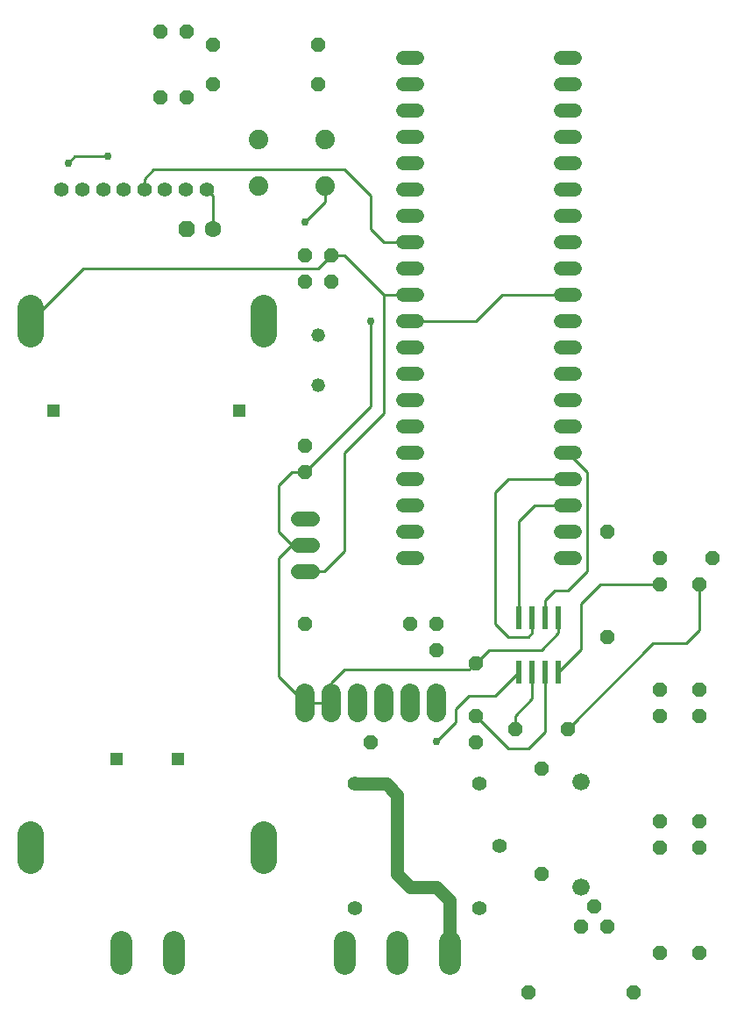
<source format=gbr>
G04 EAGLE Gerber RS-274X export*
G75*
%MOMM*%
%FSLAX34Y34*%
%LPD*%
%INTop Copper*%
%IPPOS*%
%AMOC8*
5,1,8,0,0,1.08239X$1,22.5*%
G01*
%ADD10C,2.540000*%
%ADD11R,1.308000X1.308000*%
%ADD12C,2.095500*%
%ADD13C,1.408000*%
%ADD14P,1.429621X8X22.500000*%
%ADD15C,1.676400*%
%ADD16P,1.429621X8X292.500000*%
%ADD17R,0.609600X2.209800*%
%ADD18P,1.429621X8X202.500000*%
%ADD19P,1.429621X8X112.500000*%
%ADD20C,1.320800*%
%ADD21C,1.320800*%
%ADD22C,1.879600*%
%ADD23C,1.422400*%
%ADD24P,1.732040X8X202.500000*%
%ADD25C,1.600200*%
%ADD26C,1.422400*%
%ADD27C,1.879600*%
%ADD28C,0.756400*%
%ADD29C,0.254000*%
%ADD30C,1.270000*%


D10*
X27178Y165100D02*
X27178Y190500D01*
X252222Y190500D02*
X252222Y165100D01*
X252222Y673100D02*
X252222Y698500D01*
X27178Y698500D02*
X27178Y673100D01*
D11*
X169000Y263300D03*
X110000Y263300D03*
X49000Y599300D03*
X229000Y599300D03*
D12*
X114300Y86678D02*
X114300Y65723D01*
X165100Y65723D02*
X165100Y86678D01*
D13*
X340300Y239000D03*
X460300Y119000D03*
X480300Y179000D03*
X340300Y119000D03*
X460300Y239000D03*
D14*
X584200Y101600D03*
X571500Y120650D03*
X558800Y101600D03*
D15*
X558800Y139700D03*
X558800Y241300D03*
D16*
X584200Y482600D03*
X584200Y381000D03*
D17*
X499110Y347218D03*
X511810Y347218D03*
X524510Y347218D03*
X537210Y347218D03*
X537210Y399542D03*
X524510Y399542D03*
X511810Y399542D03*
X499110Y399542D03*
D12*
X330200Y86678D02*
X330200Y65723D01*
X381000Y65723D02*
X381000Y86678D01*
X431800Y86678D02*
X431800Y65723D01*
D18*
X609600Y38100D03*
X508000Y38100D03*
D19*
X635000Y76200D03*
X635000Y177800D03*
D16*
X673100Y177800D03*
X673100Y76200D03*
D19*
X673100Y203200D03*
X673100Y304800D03*
D16*
X635000Y304800D03*
X635000Y203200D03*
D19*
X635000Y330200D03*
X635000Y431800D03*
D16*
X673100Y431800D03*
X673100Y330200D03*
D18*
X685800Y457200D03*
X635000Y457200D03*
D16*
X520700Y254000D03*
X520700Y152400D03*
D18*
X457200Y279400D03*
X355600Y279400D03*
D14*
X495300Y292100D03*
X546100Y292100D03*
D19*
X457200Y304800D03*
X457200Y355600D03*
D20*
X400304Y939800D02*
X387096Y939800D01*
X387096Y914400D02*
X400304Y914400D01*
X400304Y889000D02*
X387096Y889000D01*
X387096Y863600D02*
X400304Y863600D01*
X400304Y838200D02*
X387096Y838200D01*
X387096Y812800D02*
X400304Y812800D01*
X400304Y787400D02*
X387096Y787400D01*
X387096Y762000D02*
X400304Y762000D01*
X400304Y736600D02*
X387096Y736600D01*
X387096Y711200D02*
X400304Y711200D01*
X400304Y685800D02*
X387096Y685800D01*
X387096Y660400D02*
X400304Y660400D01*
X400304Y635000D02*
X387096Y635000D01*
X387096Y609600D02*
X400304Y609600D01*
X400304Y584200D02*
X387096Y584200D01*
X387096Y558800D02*
X400304Y558800D01*
X400304Y533400D02*
X387096Y533400D01*
X387096Y508000D02*
X400304Y508000D01*
X400304Y482600D02*
X387096Y482600D01*
X387096Y457200D02*
X400304Y457200D01*
X539496Y457200D02*
X552704Y457200D01*
X552704Y482600D02*
X539496Y482600D01*
X539496Y508000D02*
X552704Y508000D01*
X552704Y533400D02*
X539496Y533400D01*
X539496Y558800D02*
X552704Y558800D01*
X552704Y584200D02*
X539496Y584200D01*
X539496Y609600D02*
X552704Y609600D01*
X552704Y635000D02*
X539496Y635000D01*
X539496Y660400D02*
X552704Y660400D01*
X552704Y685800D02*
X539496Y685800D01*
X539496Y711200D02*
X552704Y711200D01*
X552704Y736600D02*
X539496Y736600D01*
X539496Y762000D02*
X552704Y762000D01*
X552704Y787400D02*
X539496Y787400D01*
X539496Y812800D02*
X552704Y812800D01*
X552704Y838200D02*
X539496Y838200D01*
X539496Y863600D02*
X552704Y863600D01*
X552704Y889000D02*
X539496Y889000D01*
X539496Y914400D02*
X552704Y914400D01*
X552704Y939800D02*
X539496Y939800D01*
D21*
X304800Y623570D03*
X304800Y671830D03*
D16*
X292100Y749300D03*
X292100Y723900D03*
D19*
X292100Y539750D03*
X292100Y565150D03*
D14*
X292100Y393700D03*
X393700Y393700D03*
D19*
X317500Y723900D03*
X317500Y749300D03*
X419100Y368300D03*
X419100Y393700D03*
D22*
X419100Y326898D02*
X419100Y308102D01*
X393700Y308102D02*
X393700Y326898D01*
X368300Y326898D02*
X368300Y308102D01*
X342900Y308102D02*
X342900Y326898D01*
X317500Y326898D02*
X317500Y308102D01*
X292100Y308102D02*
X292100Y326898D01*
D23*
X299212Y444500D02*
X284988Y444500D01*
X284988Y469900D02*
X299212Y469900D01*
X299212Y495300D02*
X284988Y495300D01*
D24*
X177800Y774700D03*
D25*
X203200Y774700D03*
D26*
X197000Y812800D03*
X177000Y812800D03*
X157000Y812800D03*
X137000Y812800D03*
X117000Y812800D03*
X97000Y812800D03*
X77000Y812800D03*
X57000Y812800D03*
D27*
X311912Y815594D03*
X246888Y815594D03*
X311912Y860806D03*
X246888Y860806D03*
D18*
X304800Y914400D03*
X203200Y914400D03*
D14*
X152400Y901700D03*
X177800Y901700D03*
X152400Y965200D03*
X177800Y965200D03*
D18*
X304800Y952500D03*
X203200Y952500D03*
D28*
X101600Y844550D03*
D29*
X69850Y844550D01*
X63500Y838200D01*
D28*
X63500Y838200D03*
D29*
X137000Y822800D02*
X137000Y812800D01*
X137000Y822800D02*
X146050Y831850D01*
X330200Y831850D01*
X355600Y806450D02*
X355600Y774700D01*
X368300Y762000D01*
X393700Y762000D01*
X355600Y806450D02*
X330200Y831850D01*
X514350Y508000D02*
X546100Y508000D01*
X514350Y508000D02*
X499110Y492760D01*
X499110Y399542D01*
X488950Y533400D02*
X546100Y533400D01*
X488950Y533400D02*
X476250Y520700D01*
X476250Y393700D02*
X488950Y381000D01*
X508000Y381000D01*
X511810Y384810D01*
X511810Y399542D01*
X476250Y393700D02*
X476250Y520700D01*
X546100Y558800D02*
X565150Y539750D01*
X546100Y425450D02*
X533400Y425450D01*
X524510Y416560D01*
X524510Y399542D01*
X565150Y444500D02*
X565150Y539750D01*
X565150Y444500D02*
X546100Y425450D01*
D30*
X370600Y239000D02*
X340300Y239000D01*
X370600Y239000D02*
X381000Y228600D01*
X381000Y152400D01*
X393700Y139700D01*
X419100Y139700D01*
X431800Y127000D01*
X431800Y76200D01*
D29*
X537210Y347218D02*
X558800Y368808D01*
X558800Y412750D01*
X577850Y431800D01*
X635000Y431800D01*
X495300Y304800D02*
X495300Y292100D01*
X511810Y321310D02*
X511810Y347218D01*
X511810Y321310D02*
X495300Y304800D01*
X488950Y273050D02*
X457200Y304800D01*
X488950Y273050D02*
X508000Y273050D01*
X524510Y289560D01*
X524510Y347218D01*
X77978Y736600D02*
X27178Y685800D01*
X77978Y736600D02*
X304800Y736600D01*
X317500Y749300D01*
X330200Y749300D01*
X368300Y711200D01*
X393700Y711200D01*
X368300Y711200D02*
X368300Y596900D01*
X330200Y558800D02*
X330200Y463550D01*
X311150Y444500D01*
X292100Y444500D01*
X330200Y558800D02*
X368300Y596900D01*
X499110Y347218D02*
X475742Y323850D01*
X450850Y323850D01*
X438150Y311150D01*
X438150Y298450D01*
X419500Y279800D01*
X419100Y279400D01*
D28*
X419500Y279800D03*
D29*
X203200Y806600D02*
X197000Y812800D01*
X203200Y806600D02*
X203200Y774700D01*
X482600Y711200D02*
X546100Y711200D01*
X482600Y711200D02*
X457200Y685800D01*
X393700Y685800D01*
X311912Y800862D02*
X311912Y815594D01*
X311912Y800862D02*
X292100Y781050D01*
D28*
X292100Y781050D03*
D29*
X266700Y527050D02*
X266700Y482600D01*
X266700Y527050D02*
X279400Y539750D01*
X292100Y539750D01*
X355600Y603250D01*
X355600Y685800D01*
D28*
X355600Y685800D03*
D29*
X317500Y317500D02*
X292100Y317500D01*
X317500Y317500D02*
X317500Y336550D01*
X450850Y349250D02*
X457200Y355600D01*
X330200Y349250D02*
X317500Y336550D01*
X330200Y349250D02*
X450850Y349250D01*
X292100Y469900D02*
X279400Y469900D01*
X266700Y482600D01*
X279400Y469900D02*
X266700Y457200D01*
X266700Y342900D01*
X292100Y317500D01*
X537210Y384810D02*
X537210Y399542D01*
X520700Y368300D02*
X469900Y368300D01*
X457200Y355600D01*
X520700Y368300D02*
X537210Y384810D01*
X628650Y374650D02*
X546100Y292100D01*
X628650Y374650D02*
X660400Y374650D01*
X673100Y387350D01*
X673100Y431800D01*
M02*

</source>
